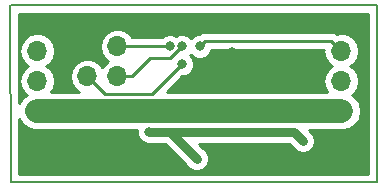
<source format=gbl>
G04 #@! TF.GenerationSoftware,KiCad,Pcbnew,(5.0.0-dirty)*
G04 #@! TF.CreationDate,2020-07-10T19:56:49+09:00*
G04 #@! TF.ProjectId,fake-fan-mk2,66616B652D66616E2D6D6B322E6B6963,rev?*
G04 #@! TF.SameCoordinates,Original*
G04 #@! TF.FileFunction,Copper,L2,Bot,Signal*
G04 #@! TF.FilePolarity,Positive*
%FSLAX46Y46*%
G04 Gerber Fmt 4.6, Leading zero omitted, Abs format (unit mm)*
G04 Created by KiCad (PCBNEW (5.0.0-dirty)) date 07/10/20 19:56:49*
%MOMM*%
%LPD*%
G01*
G04 APERTURE LIST*
G04 #@! TA.AperFunction,NonConductor*
%ADD10C,0.200000*%
G04 #@! TD*
G04 #@! TA.AperFunction,ComponentPad*
%ADD11O,1.700000X1.700000*%
G04 #@! TD*
G04 #@! TA.AperFunction,ComponentPad*
%ADD12R,1.700000X1.700000*%
G04 #@! TD*
G04 #@! TA.AperFunction,ViaPad*
%ADD13C,0.800000*%
G04 #@! TD*
G04 #@! TA.AperFunction,Conductor*
%ADD14C,0.750000*%
G04 #@! TD*
G04 #@! TA.AperFunction,Conductor*
%ADD15C,2.000000*%
G04 #@! TD*
G04 #@! TA.AperFunction,Conductor*
%ADD16C,0.250000*%
G04 #@! TD*
G04 #@! TA.AperFunction,Conductor*
%ADD17C,0.254000*%
G04 #@! TD*
G04 APERTURE END LIST*
D10*
X14500000Y-29500000D02*
X14478000Y-14500000D01*
X45500000Y-29500000D02*
X14500000Y-29500000D01*
X45500000Y-14500000D02*
X45500000Y-29500000D01*
X14500000Y-14500000D02*
X45500000Y-14500000D01*
D11*
G04 #@! TO.P,J1,4*
G04 #@! TO.N,N/C*
X16750000Y-18380000D03*
G04 #@! TO.P,J1,3*
G04 #@! TO.N,/FAKE1*
X16750000Y-20920000D03*
G04 #@! TO.P,J1,2*
G04 #@! TO.N,+12V*
X16750000Y-23460000D03*
D12*
G04 #@! TO.P,J1,1*
G04 #@! TO.N,GND*
X16750000Y-26000000D03*
G04 #@! TD*
G04 #@! TO.P,J2,1*
G04 #@! TO.N,GND*
X42500000Y-26000000D03*
D11*
G04 #@! TO.P,J2,2*
G04 #@! TO.N,+12V*
X42500000Y-23460000D03*
G04 #@! TO.P,J2,3*
G04 #@! TO.N,N/C*
X42500000Y-20920000D03*
G04 #@! TO.P,J2,4*
G04 #@! TO.N,/FAN1*
X42500000Y-18380000D03*
G04 #@! TD*
D12*
G04 #@! TO.P,J3,1*
G04 #@! TO.N,GND*
X21000000Y-18000000D03*
D11*
G04 #@! TO.P,J3,2*
G04 #@! TO.N,/SYS_CLK*
X23540000Y-18000000D03*
G04 #@! TO.P,J3,3*
G04 #@! TO.N,/NRST*
X21000000Y-20540000D03*
G04 #@! TO.P,J3,4*
G04 #@! TO.N,/SWDIO*
X23540000Y-20540000D03*
G04 #@! TD*
D13*
G04 #@! TO.N,GND*
X33250000Y-18500000D03*
X29000000Y-21500000D03*
X40500000Y-21250000D03*
X40500000Y-20000000D03*
X40500000Y-18750000D03*
G04 #@! TO.N,+3V3*
X30250000Y-27500000D03*
X39250000Y-26000000D03*
X26250000Y-25250000D03*
G04 #@! TO.N,/SYS_CLK*
X27987347Y-17987347D03*
G04 #@! TO.N,/SWDIO*
X29000000Y-18000000D03*
G04 #@! TO.N,/NRST*
X29000000Y-19500000D03*
G04 #@! TO.N,/FAN1*
X30500000Y-18000000D03*
G04 #@! TD*
D14*
G04 #@! TO.N,GND*
X40500000Y-18750000D02*
X40500000Y-20000000D01*
D15*
G04 #@! TO.N,+12V*
X38937400Y-23460000D02*
X42500000Y-23460000D01*
X16750000Y-23460000D02*
X38937400Y-23460000D01*
D14*
G04 #@! TO.N,+3V3*
X26250000Y-25250000D02*
X28000000Y-25250000D01*
X28000000Y-25250000D02*
X30250000Y-27500000D01*
X28000000Y-25250000D02*
X38500000Y-25250000D01*
X38500000Y-25250000D02*
X39250000Y-26000000D01*
D16*
G04 #@! TO.N,/SYS_CLK*
X23552653Y-17987347D02*
X23540000Y-18000000D01*
X27987347Y-17987347D02*
X23552653Y-17987347D01*
G04 #@! TO.N,/SWDIO*
X24742081Y-20540000D02*
X26282081Y-19000000D01*
X23540000Y-20540000D02*
X24742081Y-20540000D01*
X28000000Y-19000000D02*
X29000000Y-18000000D01*
X26282081Y-19000000D02*
X28000000Y-19000000D01*
G04 #@! TO.N,/NRST*
X26500000Y-22000000D02*
X29000000Y-19500000D01*
X21000000Y-20540000D02*
X22460000Y-22000000D01*
X22460000Y-22000000D02*
X26500000Y-22000000D01*
G04 #@! TO.N,/FAN1*
X30969999Y-17530001D02*
X30500000Y-18000000D01*
X42500000Y-18380000D02*
X41650001Y-17530001D01*
X41650001Y-17530001D02*
X30969999Y-17530001D01*
G04 #@! TD*
D17*
G04 #@! TO.N,GND*
G36*
X44765001Y-28765000D02*
X15233922Y-28765000D01*
X15227115Y-24123764D01*
X15571231Y-24638769D01*
X16112055Y-25000136D01*
X16588969Y-25095000D01*
X25215000Y-25095000D01*
X25215000Y-25455874D01*
X25372569Y-25836280D01*
X25663720Y-26127431D01*
X26044126Y-26285000D01*
X26455874Y-26285000D01*
X26516229Y-26260000D01*
X27581645Y-26260000D01*
X29347569Y-28025925D01*
X29372569Y-28086280D01*
X29663720Y-28377431D01*
X30044126Y-28535000D01*
X30455874Y-28535000D01*
X30836280Y-28377431D01*
X31127431Y-28086280D01*
X31285000Y-27705874D01*
X31285000Y-27294126D01*
X31127431Y-26913720D01*
X30836280Y-26622569D01*
X30775925Y-26597569D01*
X30438356Y-26260000D01*
X38081645Y-26260000D01*
X38347569Y-26525924D01*
X38372569Y-26586280D01*
X38663720Y-26877431D01*
X39044126Y-27035000D01*
X39455874Y-27035000D01*
X39836280Y-26877431D01*
X40127431Y-26586280D01*
X40285000Y-26205874D01*
X40285000Y-25794126D01*
X40127431Y-25413720D01*
X39836280Y-25122569D01*
X39775924Y-25097569D01*
X39773355Y-25095000D01*
X42661031Y-25095000D01*
X43137945Y-25000136D01*
X43678769Y-24638769D01*
X44040136Y-24097945D01*
X44167031Y-23460000D01*
X44040136Y-22822055D01*
X43678769Y-22281231D01*
X43407236Y-22099798D01*
X43570625Y-21990625D01*
X43898839Y-21499418D01*
X44014092Y-20920000D01*
X43898839Y-20340582D01*
X43570625Y-19849375D01*
X43272239Y-19650000D01*
X43570625Y-19450625D01*
X43898839Y-18959418D01*
X44014092Y-18380000D01*
X43898839Y-17800582D01*
X43570625Y-17309375D01*
X43079418Y-16981161D01*
X42646256Y-16895000D01*
X42353744Y-16895000D01*
X42133255Y-16938858D01*
X41946538Y-16814097D01*
X41724853Y-16770001D01*
X41724848Y-16770001D01*
X41650001Y-16755113D01*
X41575154Y-16770001D01*
X31044846Y-16770001D01*
X30969999Y-16755113D01*
X30895152Y-16770001D01*
X30895147Y-16770001D01*
X30673462Y-16814097D01*
X30447620Y-16965000D01*
X30294126Y-16965000D01*
X29913720Y-17122569D01*
X29750000Y-17286289D01*
X29586280Y-17122569D01*
X29205874Y-16965000D01*
X28794126Y-16965000D01*
X28508947Y-17083125D01*
X28193221Y-16952347D01*
X27781473Y-16952347D01*
X27401067Y-17109916D01*
X27283636Y-17227347D01*
X24809724Y-17227347D01*
X24610625Y-16929375D01*
X24119418Y-16601161D01*
X23686256Y-16515000D01*
X23393744Y-16515000D01*
X22960582Y-16601161D01*
X22469375Y-16929375D01*
X22141161Y-17420582D01*
X22025908Y-18000000D01*
X22141161Y-18579418D01*
X22469375Y-19070625D01*
X22767761Y-19270000D01*
X22469375Y-19469375D01*
X22270000Y-19767761D01*
X22070625Y-19469375D01*
X21579418Y-19141161D01*
X21146256Y-19055000D01*
X20853744Y-19055000D01*
X20420582Y-19141161D01*
X19929375Y-19469375D01*
X19601161Y-19960582D01*
X19485908Y-20540000D01*
X19601161Y-21119418D01*
X19929375Y-21610625D01*
X20250210Y-21825000D01*
X17931292Y-21825000D01*
X18148839Y-21499418D01*
X18264092Y-20920000D01*
X18148839Y-20340582D01*
X17820625Y-19849375D01*
X17522239Y-19650000D01*
X17820625Y-19450625D01*
X18148839Y-18959418D01*
X18264092Y-18380000D01*
X18148839Y-17800582D01*
X17820625Y-17309375D01*
X17329418Y-16981161D01*
X16896256Y-16895000D01*
X16603744Y-16895000D01*
X16170582Y-16981161D01*
X15679375Y-17309375D01*
X15351161Y-17800582D01*
X15235908Y-18380000D01*
X15351161Y-18959418D01*
X15679375Y-19450625D01*
X15977761Y-19650000D01*
X15679375Y-19849375D01*
X15351161Y-20340582D01*
X15235908Y-20920000D01*
X15351161Y-21499418D01*
X15679375Y-21990625D01*
X15842764Y-22099798D01*
X15571231Y-22281231D01*
X15225173Y-22799144D01*
X15214079Y-15235000D01*
X44765000Y-15235000D01*
X44765001Y-28765000D01*
X44765001Y-28765000D01*
G37*
X44765001Y-28765000D02*
X15233922Y-28765000D01*
X15227115Y-24123764D01*
X15571231Y-24638769D01*
X16112055Y-25000136D01*
X16588969Y-25095000D01*
X25215000Y-25095000D01*
X25215000Y-25455874D01*
X25372569Y-25836280D01*
X25663720Y-26127431D01*
X26044126Y-26285000D01*
X26455874Y-26285000D01*
X26516229Y-26260000D01*
X27581645Y-26260000D01*
X29347569Y-28025925D01*
X29372569Y-28086280D01*
X29663720Y-28377431D01*
X30044126Y-28535000D01*
X30455874Y-28535000D01*
X30836280Y-28377431D01*
X31127431Y-28086280D01*
X31285000Y-27705874D01*
X31285000Y-27294126D01*
X31127431Y-26913720D01*
X30836280Y-26622569D01*
X30775925Y-26597569D01*
X30438356Y-26260000D01*
X38081645Y-26260000D01*
X38347569Y-26525924D01*
X38372569Y-26586280D01*
X38663720Y-26877431D01*
X39044126Y-27035000D01*
X39455874Y-27035000D01*
X39836280Y-26877431D01*
X40127431Y-26586280D01*
X40285000Y-26205874D01*
X40285000Y-25794126D01*
X40127431Y-25413720D01*
X39836280Y-25122569D01*
X39775924Y-25097569D01*
X39773355Y-25095000D01*
X42661031Y-25095000D01*
X43137945Y-25000136D01*
X43678769Y-24638769D01*
X44040136Y-24097945D01*
X44167031Y-23460000D01*
X44040136Y-22822055D01*
X43678769Y-22281231D01*
X43407236Y-22099798D01*
X43570625Y-21990625D01*
X43898839Y-21499418D01*
X44014092Y-20920000D01*
X43898839Y-20340582D01*
X43570625Y-19849375D01*
X43272239Y-19650000D01*
X43570625Y-19450625D01*
X43898839Y-18959418D01*
X44014092Y-18380000D01*
X43898839Y-17800582D01*
X43570625Y-17309375D01*
X43079418Y-16981161D01*
X42646256Y-16895000D01*
X42353744Y-16895000D01*
X42133255Y-16938858D01*
X41946538Y-16814097D01*
X41724853Y-16770001D01*
X41724848Y-16770001D01*
X41650001Y-16755113D01*
X41575154Y-16770001D01*
X31044846Y-16770001D01*
X30969999Y-16755113D01*
X30895152Y-16770001D01*
X30895147Y-16770001D01*
X30673462Y-16814097D01*
X30447620Y-16965000D01*
X30294126Y-16965000D01*
X29913720Y-17122569D01*
X29750000Y-17286289D01*
X29586280Y-17122569D01*
X29205874Y-16965000D01*
X28794126Y-16965000D01*
X28508947Y-17083125D01*
X28193221Y-16952347D01*
X27781473Y-16952347D01*
X27401067Y-17109916D01*
X27283636Y-17227347D01*
X24809724Y-17227347D01*
X24610625Y-16929375D01*
X24119418Y-16601161D01*
X23686256Y-16515000D01*
X23393744Y-16515000D01*
X22960582Y-16601161D01*
X22469375Y-16929375D01*
X22141161Y-17420582D01*
X22025908Y-18000000D01*
X22141161Y-18579418D01*
X22469375Y-19070625D01*
X22767761Y-19270000D01*
X22469375Y-19469375D01*
X22270000Y-19767761D01*
X22070625Y-19469375D01*
X21579418Y-19141161D01*
X21146256Y-19055000D01*
X20853744Y-19055000D01*
X20420582Y-19141161D01*
X19929375Y-19469375D01*
X19601161Y-19960582D01*
X19485908Y-20540000D01*
X19601161Y-21119418D01*
X19929375Y-21610625D01*
X20250210Y-21825000D01*
X17931292Y-21825000D01*
X18148839Y-21499418D01*
X18264092Y-20920000D01*
X18148839Y-20340582D01*
X17820625Y-19849375D01*
X17522239Y-19650000D01*
X17820625Y-19450625D01*
X18148839Y-18959418D01*
X18264092Y-18380000D01*
X18148839Y-17800582D01*
X17820625Y-17309375D01*
X17329418Y-16981161D01*
X16896256Y-16895000D01*
X16603744Y-16895000D01*
X16170582Y-16981161D01*
X15679375Y-17309375D01*
X15351161Y-17800582D01*
X15235908Y-18380000D01*
X15351161Y-18959418D01*
X15679375Y-19450625D01*
X15977761Y-19650000D01*
X15679375Y-19849375D01*
X15351161Y-20340582D01*
X15235908Y-20920000D01*
X15351161Y-21499418D01*
X15679375Y-21990625D01*
X15842764Y-22099798D01*
X15571231Y-22281231D01*
X15225173Y-22799144D01*
X15214079Y-15235000D01*
X44765000Y-15235000D01*
X44765001Y-28765000D01*
G36*
X40985908Y-18380000D02*
X41101161Y-18959418D01*
X41429375Y-19450625D01*
X41727761Y-19650000D01*
X41429375Y-19849375D01*
X41101161Y-20340582D01*
X40985908Y-20920000D01*
X41101161Y-21499418D01*
X41318708Y-21825000D01*
X27749801Y-21825000D01*
X29039802Y-20535000D01*
X29205874Y-20535000D01*
X29586280Y-20377431D01*
X29877431Y-20086280D01*
X30035000Y-19705874D01*
X30035000Y-19294126D01*
X29877431Y-18913720D01*
X29713711Y-18750000D01*
X29750000Y-18713711D01*
X29913720Y-18877431D01*
X30294126Y-19035000D01*
X30705874Y-19035000D01*
X31086280Y-18877431D01*
X31377431Y-18586280D01*
X31500154Y-18290001D01*
X41003810Y-18290001D01*
X40985908Y-18380000D01*
X40985908Y-18380000D01*
G37*
X40985908Y-18380000D02*
X41101161Y-18959418D01*
X41429375Y-19450625D01*
X41727761Y-19650000D01*
X41429375Y-19849375D01*
X41101161Y-20340582D01*
X40985908Y-20920000D01*
X41101161Y-21499418D01*
X41318708Y-21825000D01*
X27749801Y-21825000D01*
X29039802Y-20535000D01*
X29205874Y-20535000D01*
X29586280Y-20377431D01*
X29877431Y-20086280D01*
X30035000Y-19705874D01*
X30035000Y-19294126D01*
X29877431Y-18913720D01*
X29713711Y-18750000D01*
X29750000Y-18713711D01*
X29913720Y-18877431D01*
X30294126Y-19035000D01*
X30705874Y-19035000D01*
X31086280Y-18877431D01*
X31377431Y-18586280D01*
X31500154Y-18290001D01*
X41003810Y-18290001D01*
X40985908Y-18380000D01*
G04 #@! TD*
M02*

</source>
